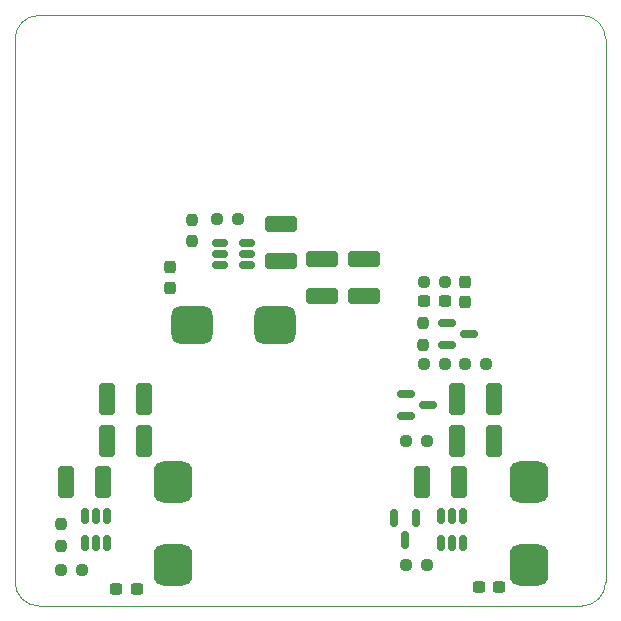
<source format=gbr>
%TF.GenerationSoftware,KiCad,Pcbnew,8.0.1*%
%TF.CreationDate,2024-04-20T12:15:38+02:00*%
%TF.ProjectId,nbg,6e62672e-6b69-4636-9164-5f7063625858,rev?*%
%TF.SameCoordinates,Original*%
%TF.FileFunction,Paste,Top*%
%TF.FilePolarity,Positive*%
%FSLAX46Y46*%
G04 Gerber Fmt 4.6, Leading zero omitted, Abs format (unit mm)*
G04 Created by KiCad (PCBNEW 8.0.1) date 2024-04-20 12:15:38*
%MOMM*%
%LPD*%
G01*
G04 APERTURE LIST*
G04 Aperture macros list*
%AMRoundRect*
0 Rectangle with rounded corners*
0 $1 Rounding radius*
0 $2 $3 $4 $5 $6 $7 $8 $9 X,Y pos of 4 corners*
0 Add a 4 corners polygon primitive as box body*
4,1,4,$2,$3,$4,$5,$6,$7,$8,$9,$2,$3,0*
0 Add four circle primitives for the rounded corners*
1,1,$1+$1,$2,$3*
1,1,$1+$1,$4,$5*
1,1,$1+$1,$6,$7*
1,1,$1+$1,$8,$9*
0 Add four rect primitives between the rounded corners*
20,1,$1+$1,$2,$3,$4,$5,0*
20,1,$1+$1,$4,$5,$6,$7,0*
20,1,$1+$1,$6,$7,$8,$9,0*
20,1,$1+$1,$8,$9,$2,$3,0*%
G04 Aperture macros list end*
%ADD10RoundRect,0.150000X-0.587500X-0.150000X0.587500X-0.150000X0.587500X0.150000X-0.587500X0.150000X0*%
%ADD11RoundRect,0.237500X0.237500X-0.250000X0.237500X0.250000X-0.237500X0.250000X-0.237500X-0.250000X0*%
%ADD12RoundRect,0.250000X-0.412500X-1.100000X0.412500X-1.100000X0.412500X1.100000X-0.412500X1.100000X0*%
%ADD13RoundRect,0.812500X0.812500X-0.937500X0.812500X0.937500X-0.812500X0.937500X-0.812500X-0.937500X0*%
%ADD14RoundRect,0.237500X-0.250000X-0.237500X0.250000X-0.237500X0.250000X0.237500X-0.250000X0.237500X0*%
%ADD15RoundRect,0.150000X-0.150000X0.512500X-0.150000X-0.512500X0.150000X-0.512500X0.150000X0.512500X0*%
%ADD16RoundRect,0.250000X-1.100000X0.412500X-1.100000X-0.412500X1.100000X-0.412500X1.100000X0.412500X0*%
%ADD17RoundRect,0.237500X-0.300000X-0.237500X0.300000X-0.237500X0.300000X0.237500X-0.300000X0.237500X0*%
%ADD18RoundRect,0.237500X-0.237500X0.300000X-0.237500X-0.300000X0.237500X-0.300000X0.237500X0.300000X0*%
%ADD19RoundRect,0.150000X0.512500X0.150000X-0.512500X0.150000X-0.512500X-0.150000X0.512500X-0.150000X0*%
%ADD20RoundRect,0.812500X-0.937500X-0.812500X0.937500X-0.812500X0.937500X0.812500X-0.937500X0.812500X0*%
%ADD21RoundRect,0.150000X-0.150000X0.587500X-0.150000X-0.587500X0.150000X-0.587500X0.150000X0.587500X0*%
%ADD22RoundRect,0.237500X0.250000X0.237500X-0.250000X0.237500X-0.250000X-0.237500X0.250000X-0.237500X0*%
%ADD23RoundRect,0.250000X1.100000X-0.412500X1.100000X0.412500X-1.100000X0.412500X-1.100000X-0.412500X0*%
%TA.AperFunction,Profile*%
%ADD24C,0.050000*%
%TD*%
G04 APERTURE END LIST*
D10*
%TO.C,U3*%
X81562500Y-76050000D03*
X81562500Y-77950000D03*
X83437500Y-77000000D03*
%TD*%
D11*
%TO.C,R5*%
X79500000Y-77912500D03*
X79500000Y-76087500D03*
%TD*%
%TO.C,R4*%
X48858800Y-94912500D03*
X48858800Y-93087500D03*
%TD*%
D12*
%TO.C,C7*%
X52796300Y-82500000D03*
X55921300Y-82500000D03*
%TD*%
%TO.C,C8*%
X49296300Y-89500000D03*
X52421300Y-89500000D03*
%TD*%
D13*
%TO.C,L3*%
X88500000Y-96500000D03*
X88500000Y-89500000D03*
%TD*%
D14*
%TO.C,R2*%
X62087500Y-67199200D03*
X63912500Y-67199200D03*
%TD*%
D12*
%TO.C,C6*%
X52796300Y-86000000D03*
X55921300Y-86000000D03*
%TD*%
D15*
%TO.C,U5*%
X82950000Y-92362500D03*
X82000000Y-92362500D03*
X81050000Y-92362500D03*
X81050000Y-94637500D03*
X82000000Y-94637500D03*
X82950000Y-94637500D03*
%TD*%
D14*
%TO.C,R8*%
X78087500Y-86000000D03*
X79912500Y-86000000D03*
%TD*%
%TO.C,R10*%
X79587500Y-72600000D03*
X81412500Y-72600000D03*
%TD*%
D10*
%TO.C,Q1*%
X78062500Y-82050000D03*
X78062500Y-83950000D03*
X79937500Y-83000000D03*
%TD*%
D16*
%TO.C,C1*%
X67500000Y-67636700D03*
X67500000Y-70761700D03*
%TD*%
D17*
%TO.C,C11*%
X84237500Y-98400000D03*
X85962500Y-98400000D03*
%TD*%
D15*
%TO.C,U2*%
X52808800Y-92362500D03*
X51858800Y-92362500D03*
X50908800Y-92362500D03*
X50908800Y-94637500D03*
X51858800Y-94637500D03*
X52808800Y-94637500D03*
%TD*%
D14*
%TO.C,R7*%
X83087500Y-79500000D03*
X84912500Y-79500000D03*
%TD*%
D17*
%TO.C,C3*%
X53578700Y-98561600D03*
X55303700Y-98561600D03*
%TD*%
D18*
%TO.C,C13*%
X83100000Y-72537500D03*
X83100000Y-74262500D03*
%TD*%
D13*
%TO.C,L2*%
X58358800Y-96500000D03*
X58358800Y-89500000D03*
%TD*%
D19*
%TO.C,U1*%
X64637500Y-71149200D03*
X64637500Y-70199200D03*
X64637500Y-69249200D03*
X62362500Y-69249200D03*
X62362500Y-70199200D03*
X62362500Y-71149200D03*
%TD*%
D18*
%TO.C,C2*%
X58100000Y-71336700D03*
X58100000Y-73061700D03*
%TD*%
D20*
%TO.C,L1*%
X60000000Y-76199200D03*
X67000000Y-76199200D03*
%TD*%
D21*
%TO.C,Q2*%
X78950000Y-92562500D03*
X77050000Y-92562500D03*
X78000000Y-94437500D03*
%TD*%
D11*
%TO.C,R1*%
X60000000Y-69111700D03*
X60000000Y-67286700D03*
%TD*%
D22*
%TO.C,R3*%
X50680100Y-96986800D03*
X48855100Y-96986800D03*
%TD*%
D12*
%TO.C,C12*%
X82437500Y-82500000D03*
X85562500Y-82500000D03*
%TD*%
D22*
%TO.C,R9*%
X79912500Y-96500000D03*
X78087500Y-96500000D03*
%TD*%
D17*
%TO.C,C14*%
X79637500Y-74200000D03*
X81362500Y-74200000D03*
%TD*%
D12*
%TO.C,C9*%
X82437500Y-86000000D03*
X85562500Y-86000000D03*
%TD*%
D23*
%TO.C,C4*%
X74500000Y-73761700D03*
X74500000Y-70636700D03*
%TD*%
%TO.C,C5*%
X71000000Y-73761700D03*
X71000000Y-70636700D03*
%TD*%
D12*
%TO.C,C10*%
X79437500Y-89500000D03*
X82562500Y-89500000D03*
%TD*%
D14*
%TO.C,R6*%
X79587500Y-79500000D03*
X81412500Y-79500000D03*
%TD*%
D24*
X93000000Y-50000000D02*
G75*
G02*
X95000000Y-52000000I0J-2000000D01*
G01*
X93000000Y-50000000D02*
X47000000Y-50000000D01*
X47000000Y-100000000D02*
G75*
G02*
X45000000Y-98000000I0J2000000D01*
G01*
X95000000Y-98000000D02*
G75*
G02*
X93000000Y-100000000I-2000000J0D01*
G01*
X47000000Y-100000000D02*
X93000000Y-100000000D01*
X45000000Y-52000000D02*
X45000000Y-98000000D01*
X95000000Y-98000000D02*
X95000000Y-52000000D01*
X45000000Y-52000000D02*
G75*
G02*
X47000000Y-50000000I2000000J0D01*
G01*
M02*

</source>
